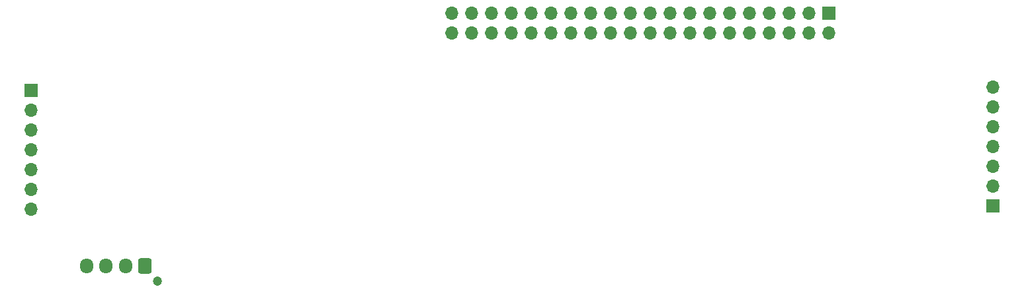
<source format=gbs>
G04 #@! TF.GenerationSoftware,KiCad,Pcbnew,7.0.8*
G04 #@! TF.CreationDate,2024-01-27T08:45:00-08:00*
G04 #@! TF.ProjectId,FacePlate,46616365-506c-4617-9465-2e6b69636164,rev?*
G04 #@! TF.SameCoordinates,Original*
G04 #@! TF.FileFunction,Soldermask,Bot*
G04 #@! TF.FilePolarity,Negative*
%FSLAX46Y46*%
G04 Gerber Fmt 4.6, Leading zero omitted, Abs format (unit mm)*
G04 Created by KiCad (PCBNEW 7.0.8) date 2024-01-27 08:45:00*
%MOMM*%
%LPD*%
G01*
G04 APERTURE LIST*
G04 Aperture macros list*
%AMRoundRect*
0 Rectangle with rounded corners*
0 $1 Rounding radius*
0 $2 $3 $4 $5 $6 $7 $8 $9 X,Y pos of 4 corners*
0 Add a 4 corners polygon primitive as box body*
4,1,4,$2,$3,$4,$5,$6,$7,$8,$9,$2,$3,0*
0 Add four circle primitives for the rounded corners*
1,1,$1+$1,$2,$3*
1,1,$1+$1,$4,$5*
1,1,$1+$1,$6,$7*
1,1,$1+$1,$8,$9*
0 Add four rect primitives between the rounded corners*
20,1,$1+$1,$2,$3,$4,$5,0*
20,1,$1+$1,$4,$5,$6,$7,0*
20,1,$1+$1,$6,$7,$8,$9,0*
20,1,$1+$1,$8,$9,$2,$3,0*%
G04 Aperture macros list end*
%ADD10R,1.700000X1.700000*%
%ADD11O,1.700000X1.700000*%
%ADD12C,1.200000*%
%ADD13RoundRect,0.250000X0.600000X0.725000X-0.600000X0.725000X-0.600000X-0.725000X0.600000X-0.725000X0*%
%ADD14O,1.700000X1.950000*%
G04 APERTURE END LIST*
D10*
X104140000Y-68925600D03*
D11*
X104140000Y-71465600D03*
X104140000Y-74005600D03*
X104140000Y-76545600D03*
X104140000Y-79085600D03*
X104140000Y-81625600D03*
X104140000Y-84165600D03*
D10*
X227250000Y-83700000D03*
D11*
X227250000Y-81160000D03*
X227250000Y-78620000D03*
X227250000Y-76080000D03*
X227250000Y-73540000D03*
X227250000Y-71000000D03*
X227250000Y-68460000D03*
D10*
X206248000Y-59000000D03*
D11*
X206248000Y-61540000D03*
X203708000Y-59000000D03*
X203708000Y-61540000D03*
X201168000Y-59000000D03*
X201168000Y-61540000D03*
X198628000Y-59000000D03*
X198628000Y-61540000D03*
X196088000Y-59000000D03*
X196088000Y-61540000D03*
X193548000Y-59000000D03*
X193548000Y-61540000D03*
X191008000Y-59000000D03*
X191008000Y-61540000D03*
X188468000Y-59000000D03*
X188468000Y-61540000D03*
X185928000Y-59000000D03*
X185928000Y-61540000D03*
X183388000Y-59000000D03*
X183388000Y-61540000D03*
X180848000Y-59000000D03*
X180848000Y-61540000D03*
X178308000Y-59000000D03*
X178308000Y-61540000D03*
X175768000Y-59000000D03*
X175768000Y-61540000D03*
X173228000Y-59000000D03*
X173228000Y-61540000D03*
X170688000Y-59000000D03*
X170688000Y-61540000D03*
X168148000Y-59000000D03*
X168148000Y-61540000D03*
X165608000Y-59000000D03*
X165608000Y-61540000D03*
X163068000Y-59000000D03*
X163068000Y-61540000D03*
X160528000Y-59000000D03*
X160528000Y-61540000D03*
X157988000Y-59000000D03*
X157988000Y-61540000D03*
D12*
X120350000Y-93400000D03*
D13*
X118750000Y-91400000D03*
D14*
X116250000Y-91400000D03*
X113750000Y-91400000D03*
X111250000Y-91400000D03*
M02*

</source>
